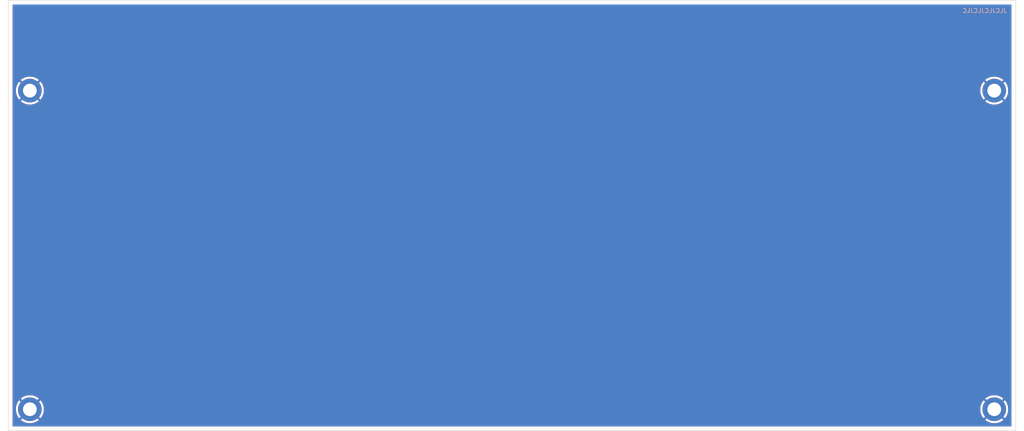
<source format=kicad_pcb>
(kicad_pcb (version 20221018) (generator pcbnew)
  (layers (0 "F.Cu" signal) (31 "B.Cu" signal) (34 "B.Paste" user) (35 "F.Paste" user) (36 "B.SilkS" user "B.Silkscreen") (37 "F.SilkS" user "F.Silkscreen") (38 "B.Mask" user) (39 "F.Mask" user) (44 "Edge.Cuts" user))
  (net 0 "")
  (net 1 "GND")
  (footprint "MountingHole:MountingHole_3.2mm_M3_ISO14580_Pad" (layer "F.Cu") (at 267 65)
    (fp_text reference "H4" hide)
    (fp_text value "MountingHole_Pad")
    (pad "1" thru_hole circle (at 0 0) (size 5.5 5.5) (drill 3.2) (layers "*.Cu" "*.Mask") (net 1 "GND"))
  )
  (footprint "MountingHole:MountingHole_3.2mm_M3_ISO14580_Pad" (layer "F.Cu") (at 43 65)
    (fp_text reference "H1" hide)
    (fp_text value "MountingHole_Pad")
    (pad "1" thru_hole circle (at 0 0) (size 5.5 5.5) (drill 3.2) (layers "*.Cu" "*.Mask") (net 1 "GND"))
  )
  (footprint "MountingHole:MountingHole_3.2mm_M3_ISO14580_Pad" (layer "F.Cu") (at 267 139)
    (fp_text reference "H3" hide)
    (fp_text value "MountingHole_Pad")
    (pad "1" thru_hole circle (at 0 0) (size 5.5 5.5) (drill 3.2) (layers "*.Cu" "*.Mask") (net 1 "GND"))
  )
  (footprint "MountingHole:MountingHole_3.2mm_M3_ISO14580_Pad" (layer "F.Cu") (at 43 139)
    (fp_text reference "H2" hide)
    (fp_text value "MountingHole_Pad")
    (pad "1" thru_hole circle (at 0 0) (size 5.5 5.5) (drill 3.2) (layers "*.Cu" "*.Mask") (net 1 "GND"))
  )
  (gr_rect (start 38 44) (end 272 144) (stroke (width 0.1)) (fill none) (layer "Edge.Cuts"))
  (gr_text "JLCJLCJLCJLC" (at 270 47) (layer "B.SilkS") (effects (font (size 1 1)) (justify left bottom mirror)))
  (zone (net 1) (net_name "GND") (layers "F&B.Cu") (connect_pads (clearance 0.5)) (min_thickness 0.25) (fill yes (thermal_gap 0.5) (thermal_bridge_width 0.5) (island_removal_mode 1) (island_area_min 10))
    (polygon (pts (xy 38 44) (xy 38 144) (xy 272 144) (xy 272 44)))
  )
)
</source>
